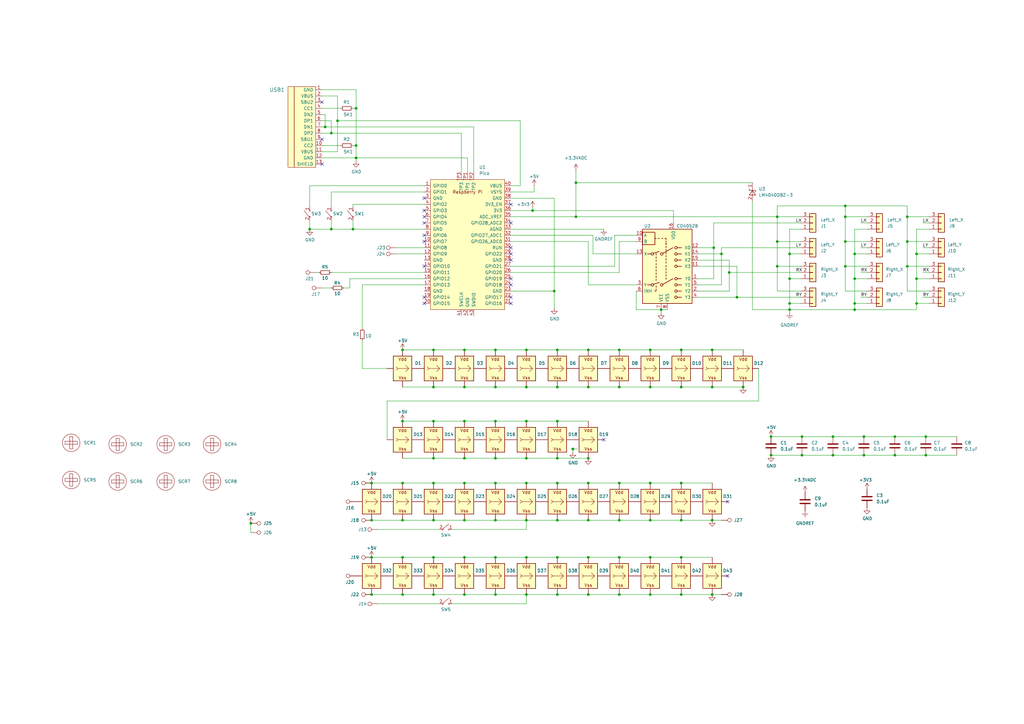
<source format=kicad_sch>
(kicad_sch (version 20231120) (generator "eeschema") (generator_version "8.0")
  (paper "A3")
  (lib_symbols
    (symbol "Analog_Switch:CD4052B"
      (property "Reference" "U" (at -10.16 16.51 0))
      (property "Value" "CD4052B" (at 3.81 16.51 0))
      (symbol "CD4052B_1_1"
        (pin bidirectional line (at 12.7 -5.08 180) (length 2.54) (name "Y0") (number "1"))
        (pin input line (at -12.7 12.7 0) (length 2.54) (name "A") (number "10"))
        (pin bidirectional line (at 12.7 0 180) (length 2.54) (name "X3") (number "11"))
        (pin bidirectional line (at 12.7 7.62 180) (length 2.54) (name "X0") (number "12"))
        (pin bidirectional line (at -12.7 5.08 0) (length 2.54) (name "X") (number "13"))
        (pin bidirectional line (at 12.7 5.08 180) (length 2.54) (name "X1") (number "14"))
        (pin bidirectional line (at 12.7 2.54 180) (length 2.54) (name "X2") (number "15"))
        (pin power_in line (at 2.54 17.78 270) (length 2.54) (name "VDD") (number "16"))
        (pin bidirectional line (at 12.7 -10.16 180) (length 2.54) (name "Y2") (number "2"))
        (pin bidirectional line (at -12.7 -7.62 0) (length 2.54) (name "Y") (number "3"))
        (pin bidirectional line (at 12.7 -12.7 180) (length 2.54) (name "Y3") (number "4"))
        (pin bidirectional line (at 12.7 -7.62 180) (length 2.54) (name "Y1") (number "5"))
        (pin input line (at -12.7 -10.16 0) (length 2.54) (name "INH") (number "6"))
        (pin power_in line (at -2.54 -17.78 90) (length 2.54) (name "VEE") (number "7"))
        (pin power_in line (at 0 -17.78 90) (length 2.54) (name "VSS") (number "8"))
        (pin input line (at -12.7 10.16 0) (length 2.54) (name "B") (number "9"))
      )
    )
    (symbol "Connector:TestPoint" (pin_numbers hide) (pin_names (offset 0.762) hide)
      (property "Reference" "TP" (at 0 6.858 0))
      (property "Value" "TestPoint" (at 0 5.08 0))
      (symbol "TestPoint_1_1"
        (pin passive line (at 0 0 90) (length 2.54) (name "1") (number "1"))
      )
    )
    (symbol "Connector_Generic:Conn_01x03" (pin_names (offset 1.016) hide)
      (property "Reference" "J" (at 0 5.08 0))
      (property "Value" "Conn_01x03" (at 0 -5.08 0))
      (symbol "Conn_01x03_1_1"
        (pin passive line (at -5.08 2.54 0) (length 3.81) (name "Pin_1") (number "1"))
        (pin passive line (at -5.08 0 0) (length 3.81) (name "Pin_2") (number "2"))
        (pin passive line (at -5.08 -2.54 0) (length 3.81) (name "Pin_3") (number "3"))
      )
    )
    (symbol "Device:C" (pin_numbers hide) (pin_names (offset 0.254))
      (property "Reference" "C" (at 0.635 2.54 0))
      (property "Value" "C" (at 0.635 -2.54 0))
      (symbol "C_1_1"
        (pin passive line (at 0 3.81 270) (length 2.794) (name "~") (number "1"))
        (pin passive line (at 0 -3.81 90) (length 2.794) (name "~") (number "2"))
      )
    )
    (symbol "Device:R_Small" (pin_numbers hide) (pin_names (offset 0.254) hide)
      (property "Reference" "R" (at 0.762 0.508 0))
      (property "Value" "R_Small" (at 0.762 -1.016 0))
      (symbol "R_Small_1_1"
        (pin passive line (at 0 2.54 270) (length 0.762) (name "~") (number "1"))
        (pin passive line (at 0 -2.54 90) (length 0.762) (name "~") (number "2"))
      )
    )
    (symbol "RP_Silicon_KiCad:Pico" (pin_names (offset 1.016))
      (property "Reference" "U" (at -13.97 27.94 0))
      (property "Value" "Pico" (at 0 19.05 0))
      (symbol "Pico_0_0"
        (text "Raspberry Pi" (at 0 21.59 0) (effects (font (size 1.27 1.27))))
      )
      (symbol "Pico_1_1"
        (pin bidirectional line (at -17.78 24.13 0) (length 2.54) (name "GPIO0") (number "1"))
        (pin bidirectional line (at -17.78 1.27 0) (length 2.54) (name "GPIO7") (number "10"))
        (pin bidirectional line (at -17.78 -1.27 0) (length 2.54) (name "GPIO8") (number "11"))
        (pin bidirectional line (at -17.78 -3.81 0) (length 2.54) (name "GPIO9") (number "12"))
        (pin power_in line (at -17.78 -6.35 0) (length 2.54) (name "GND") (number "13"))
        (pin bidirectional line (at -17.78 -8.89 0) (length 2.54) (name "GPIO10") (number "14"))
        (pin bidirectional line (at -17.78 -11.43 0) (length 2.54) (name "GPIO11") (number "15"))
        (pin bidirectional line (at -17.78 -13.97 0) (length 2.54) (name "GPIO12") (number "16"))
        (pin bidirectional line (at -17.78 -16.51 0) (length 2.54) (name "GPIO13") (number "17"))
        (pin power_in line (at -17.78 -19.05 0) (length 2.54) (name "GND") (number "18"))
        (pin bidirectional line (at -17.78 -21.59 0) (length 2.54) (name "GPIO14") (number "19"))
        (pin bidirectional line (at -17.78 21.59 0) (length 2.54) (name "GPIO1") (number "2"))
        (pin bidirectional line (at -17.78 -24.13 0) (length 2.54) (name "GPIO15") (number "20"))
        (pin bidirectional line (at 17.78 -24.13 180) (length 2.54) (name "GPIO16") (number "21"))
        (pin bidirectional line (at 17.78 -21.59 180) (length 2.54) (name "GPIO17") (number "22"))
        (pin power_in line (at 17.78 -19.05 180) (length 2.54) (name "GND") (number "23"))
        (pin bidirectional line (at 17.78 -16.51 180) (length 2.54) (name "GPIO18") (number "24"))
        (pin bidirectional line (at 17.78 -13.97 180) (length 2.54) (name "GPIO19") (number "25"))
        (pin bidirectional line (at 17.78 -11.43 180) (length 2.54) (name "GPIO20") (number "26"))
        (pin bidirectional line (at 17.78 -8.89 180) (length 2.54) (name "GPIO21") (number "27"))
        (pin power_in line (at 17.78 -6.35 180) (length 2.54) (name "GND") (number "28"))
        (pin bidirectional line (at 17.78 -3.81 180) (length 2.54) (name "GPIO22") (number "29"))
        (pin power_in line (at -17.78 19.05 0) (length 2.54) (name "GND") (number "3"))
        (pin input line (at 17.78 -1.27 180) (length 2.54) (name "RUN") (number "30"))
        (pin bidirectional line (at 17.78 1.27 180) (length 2.54) (name "GPIO26_ADC0") (number "31"))
        (pin bidirectional line (at 17.78 3.81 180) (length 2.54) (name "GPIO27_ADC1") (number "32"))
        (pin power_in line (at 17.78 6.35 180) (length 2.54) (name "AGND") (number "33"))
        (pin bidirectional line (at 17.78 8.89 180) (length 2.54) (name "GPIO28_ADC2") (number "34"))
        (pin unspecified line (at 17.78 11.43 180) (length 2.54) (name "ADC_VREF") (number "35"))
        (pin unspecified line (at 17.78 13.97 180) (length 2.54) (name "3V3") (number "36"))
        (pin input line (at 17.78 16.51 180) (length 2.54) (name "3V3_EN") (number "37"))
        (pin bidirectional line (at 17.78 19.05 180) (length 2.54) (name "GND") (number "38"))
        (pin unspecified line (at 17.78 21.59 180) (length 2.54) (name "VSYS") (number "39"))
        (pin bidirectional line (at -17.78 16.51 0) (length 2.54) (name "GPIO2") (number "4"))
        (pin unspecified line (at 17.78 24.13 180) (length 2.54) (name "VBUS") (number "40"))
        (pin input line (at -2.54 -29.21 90) (length 2.54) (name "SWCLK") (number "41"))
        (pin power_in line (at 0 -29.21 90) (length 2.54) (name "GND") (number "42"))
        (pin bidirectional line (at 2.54 -29.21 90) (length 2.54) (name "SWDIO") (number "43"))
        (pin bidirectional line (at -17.78 13.97 0) (length 2.54) (name "GPIO3") (number "5"))
        (pin bidirectional line (at -17.78 11.43 0) (length 2.54) (name "GPIO4") (number "6"))
        (pin bidirectional line (at -17.78 8.89 0) (length 2.54) (name "GPIO5") (number "7"))
        (pin power_in line (at -17.78 6.35 0) (length 2.54) (name "GND") (number "8"))
        (pin bidirectional line (at -17.78 3.81 0) (length 2.54) (name "GPIO6") (number "9"))
        (pin unspecified line (at 0 29.21 270) (length 2.54) (name "TP1") (number "TP1"))
        (pin bidirectional line (at 2.54 29.21 270) (length 2.54) (name "TP2") (number "TP2"))
        (pin bidirectional line (at -2.54 29.21 270) (length 2.54) (name "TP3") (number "TP3"))
      )
    )
    (symbol "Reference_Voltage:LM4040DBZ-3" (pin_names (offset 0.0254) hide)
      (property "Reference" "U" (at 0 2.54 0))
      (property "Value" "LM4040DBZ-3" (at 0 -3.175 0))
      (symbol "LM4040DBZ-3_1_1"
        (pin passive line (at 3.81 0 180) (length 2.54) (name "K") (number "1"))
        (pin passive line (at -3.81 0 0) (length 2.54) (name "A") (number "2"))
        (pin no_connect line (at -1.27 0 0) (length 2.54) hide (name "NC") (number "3"))
      )
    )
    (symbol "Type-C:HRO-TYPE-C-31-M-12" (pin_names (offset 1.016))
      (property "Reference" "USB" (at -5.08 16.51 0))
      (property "Value" "HRO-TYPE-C-31-M-12" (at -10.16 -1.27 90))
      (symbol "HRO-TYPE-C-31-M-12_1_1"
        (pin input line (at 2.54 13.97 180) (length 2.54) (name "GND") (number "1"))
        (pin input line (at 2.54 -8.89 180) (length 2.54) (name "CC2") (number "10"))
        (pin input line (at 2.54 -11.43 180) (length 2.54) (name "VBUS") (number "11"))
        (pin input line (at 2.54 -13.97 180) (length 2.54) (name "GND") (number "12"))
        (pin input line (at 2.54 -16.51 180) (length 2.54) (name "SHIELD") (number "13"))
        (pin input line (at 2.54 11.43 180) (length 2.54) (name "VBUS") (number "2"))
        (pin input line (at 2.54 8.89 180) (length 2.54) (name "SBU2") (number "3"))
        (pin input line (at 2.54 6.35 180) (length 2.54) (name "CC1") (number "4"))
        (pin input line (at 2.54 3.81 180) (length 2.54) (name "DN2") (number "5"))
        (pin input line (at 2.54 1.27 180) (length 2.54) (name "DP1") (number "6"))
        (pin input line (at 2.54 -1.27 180) (length 2.54) (name "DN1") (number "7"))
        (pin input line (at 2.54 -3.81 180) (length 2.54) (name "DP2") (number "8"))
        (pin input line (at 2.54 -6.35 180) (length 2.54) (name "SBU1") (number "9"))
      )
    )
    (symbol "agg:SWITCH_SPST" (pin_names (offset 0.0254) hide)
      (property "Reference" "SW" (at 0 3.81 0))
      (property "Value" "SWITCH_SPST" (at 0 -2.54 0))
      (symbol "SWITCH_SPST_1_1"
        (pin passive line (at 2.54 0 180) (length 1.016) (name "\"~{\"}") (number "1"))
        (pin passive line (at -2.54 0 0) (length 1.016) (name "\"~{\"}") (number "2"))
      )
    )
    (symbol "groove_pico:ScrewHole" (pin_names (offset 0) hide)
      (property "Reference" "SCR?" (at 0.635 -5.715 0))
    )
    (symbol "groove_pico:WS2812B_Unified" (pin_numbers hide) (pin_names (offset 0.254) hide)
      (property "Reference" "D10" (at 2.54 6.35 0))
      (symbol "WS2812B_Unified_0_0"
        (text "Vdd" (at 0 3.81 0) (effects (font (size 1.27 1.27))))
        (text "Vss" (at 0 -3.81 0) (effects (font (size 1.27 1.27))))
      )
      (symbol "WS2812B_Unified_1_1"
        (pin power_in line (at 0 -7.62 90) (length 2.54) (name "VSS") (number "G"))
        (pin input line (at -6.35 0 0) (length 2.54) (name "In") (number "I"))
        (pin output line (at 6.35 0 180) (length 2.54) (name "Out") (number "O"))
        (pin power_in line (at 0 7.62 270) (length 2.54) (name "VDD") (number "V"))
      )
    )
    (symbol "power:+3.3VADC" (power) (pin_names (offset 0))
      (property "Value" "+3.3VADC" (at 0 2.54 0))
      (symbol "+3.3VADC_0_0"
        (pin power_in line (at 0 0 90) (length 0) hide (name "+3.3VADC") (number "1"))
      )
    )
    (symbol "power:+3V3" (power) (pin_names (offset 0))
      (property "Value" "+3V3" (at 0 3.556 0))
      (symbol "+3V3_1_1"
        (pin power_in line (at 0 0 90) (length 0) hide (name "+3V3") (number "1"))
      )
    )
    (symbol "power:+5V" (power) (pin_names (offset 0))
      (property "Value" "+5V" (at 0 3.556 0))
      (symbol "+5V_1_1"
        (pin power_in line (at 0 0 90) (length 0) hide (name "+5V") (number "1"))
      )
    )
    (symbol "power:GND" (power) (pin_names (offset 0))
      (property "Value" "GND" (at 0 -3.81 0))
      (symbol "GND_1_1"
        (pin power_in line (at 0 0 270) (length 0) hide (name "GND") (number "1"))
      )
    )
    (symbol "power:GNDREF" (power) (pin_numbers hide) (pin_names (offset 0) hide)
      (property "Value" "GNDREF" (at 0 -3.81 0))
      (symbol "GNDREF_1_1"
        (pin power_in line (at 0 0 270) (length 0) (name "~") (number "1"))
      )
    )
  )
  (junction (at 279.4 228.6))
  (junction (at 279.4 198.12))
  (junction (at 135.89 93.98))
  (junction (at 350.52 124.46))
  (junction (at 316.23 179.07))
  (junction (at 254 228.6))
  (junction (at 190.5 172.72))
  (junction (at 346.71 109.22))
  (junction (at 254 158.75))
  (junction (at 177.8 158.75))
  (junction (at 135.89 54.61))
  (junction (at 346.71 84.455))
  (junction (at 127 93.98))
  (junction (at 241.3 213.36))
  (junction (at 292.1 213.36))
  (junction (at 215.9 228.6))
  (junction (at 215.9 143.51))
  (junction (at 190.5 143.51))
  (junction (at 146.05 64.77))
  (junction (at 328.93 179.07))
  (junction (at 350.52 127))
  (junction (at 165.1 243.84))
  (junction (at 316.23 186.69))
  (junction (at 190.5 158.75))
  (junction (at 133.35 52.07))
  (junction (at 152.4 198.12))
  (junction (at 215.9 213.36))
  (junction (at 234.95 184.15))
  (junction (at 165.1 228.6))
  (junction (at 203.2 243.84))
  (junction (at 304.8 158.75))
  (junction (at 266.7 213.36))
  (junction (at 350.52 104.14))
  (junction (at 165.1 213.36))
  (junction (at 203.2 213.36))
  (junction (at 367.03 179.07))
  (junction (at 165.1 198.12))
  (junction (at 152.4 243.84))
  (junction (at 241.3 158.75))
  (junction (at 177.8 143.51))
  (junction (at 323.85 124.46))
  (junction (at 266.7 243.84))
  (junction (at 241.3 243.84))
  (junction (at 146.05 59.69))
  (junction (at 203.2 158.75))
  (junction (at 292.735 101.6))
  (junction (at 279.4 158.75))
  (junction (at 241.3 198.12))
  (junction (at 341.63 179.07))
  (junction (at 354.33 186.69))
  (junction (at 318.77 88.9))
  (junction (at 254 243.84))
  (junction (at 215.9 187.96))
  (junction (at 165.1 143.51))
  (junction (at 215.9 243.84))
  (junction (at 266.7 143.51))
  (junction (at 190.5 213.36))
  (junction (at 228.6 243.84))
  (junction (at 102.87 214.63))
  (junction (at 379.73 179.07))
  (junction (at 279.4 243.84))
  (junction (at 241.3 143.51))
  (junction (at 227.33 119.38))
  (junction (at 372.11 109.22))
  (junction (at 190.5 187.96))
  (junction (at 372.11 88.9))
  (junction (at 203.2 198.12))
  (junction (at 254 213.36))
  (junction (at 190.5 198.12))
  (junction (at 228.6 158.75))
  (junction (at 328.93 186.69))
  (junction (at 165.1 172.72))
  (junction (at 271.145 127))
  (junction (at 375.92 104.14))
  (junction (at 266.7 228.6))
  (junction (at 375.92 114.3))
  (junction (at 190.5 228.6))
  (junction (at 254 143.51))
  (junction (at 203.2 187.96))
  (junction (at 228.6 187.96))
  (junction (at 367.03 186.69))
  (junction (at 266.7 158.75))
  (junction (at 323.85 127))
  (junction (at 295.91 104.14))
  (junction (at 190.5 243.84))
  (junction (at 228.6 228.6))
  (junction (at 218.44 86.36))
  (junction (at 203.2 143.51))
  (junction (at 279.4 143.51))
  (junction (at 241.3 187.96))
  (junction (at 215.9 158.75))
  (junction (at 228.6 172.72))
  (junction (at 177.8 243.84))
  (junction (at 228.6 213.36))
  (junction (at 228.6 198.12))
  (junction (at 323.85 104.14))
  (junction (at 241.3 228.6))
  (junction (at 266.7 198.12))
  (junction (at 299.085 111.76))
  (junction (at 215.9 172.72))
  (junction (at 323.85 114.3))
  (junction (at 279.4 213.36))
  (junction (at 354.33 179.07))
  (junction (at 203.2 228.6))
  (junction (at 152.4 213.36))
  (junction (at 292.1 158.75))
  (junction (at 177.8 198.12))
  (junction (at 177.8 172.72))
  (junction (at 146.05 44.45))
  (junction (at 375.92 124.46))
  (junction (at 177.8 228.6))
  (junction (at 302.26 121.92))
  (junction (at 228.6 143.51))
  (junction (at 138.43 49.53))
  (junction (at 318.77 99.06))
  (junction (at 341.63 186.69))
  (junction (at 379.73 186.69))
  (junction (at 346.71 99.06))
  (junction (at 177.8 213.36))
  (junction (at 236.22 74.93))
  (junction (at 346.71 88.9))
  (junction (at 144.78 93.98))
  (junction (at 236.22 88.9))
  (junction (at 215.9 198.12))
  (junction (at 318.77 109.22))
  (junction (at 152.4 228.6))
  (junction (at 254 198.12))
  (junction (at 292.1 243.84))
  (junction (at 203.2 172.72))
  (junction (at 372.11 99.06))
  (junction (at 350.52 114.3))
  (junction (at 292.1 143.51))
  (junction (at 177.8 187.96))
  (no_connect (at 209.55 104.14))
  (no_connect (at 209.55 106.68))
  (no_connect (at 209.55 114.3))
  (no_connect (at 209.55 116.84))
  (no_connect (at 173.99 86.36))
  (no_connect (at 209.55 91.44))
  (no_connect (at 132.08 67.31))
  (no_connect (at 209.55 101.6))
  (no_connect (at 209.55 83.82))
  (no_connect (at 173.99 124.46))
  (no_connect (at 173.99 81.28))
  (no_connect (at 298.45 236.22))
  (no_connect (at 247.65 180.34))
  (no_connect (at 173.99 91.44))
  (no_connect (at 173.99 88.9))
  (no_connect (at 298.45 205.74))
  (no_connect (at 132.08 41.91))
  (no_connect (at 209.55 124.46))
  (no_connect (at 173.99 109.22))
  (no_connect (at 173.99 96.52))
  (no_connect (at 173.99 121.92))
  (no_connect (at 132.08 57.15))
  (no_connect (at 173.99 99.06))
  (no_connect (at 209.55 121.92))
  (wire (pts (xy 254 143.51) (xy 266.7 143.51)))
  (wire (pts (xy 375.92 104.14) (xy 375.92 114.3)))
  (wire (pts (xy 234.95 185.42) (xy 234.95 184.15)))
  (wire (pts (xy 367.03 179.07) (xy 379.73 179.07)))
  (wire (pts (xy 144.78 83.82) (xy 144.78 85.09)))
  (wire (pts (xy 228.6 213.36) (xy 241.3 213.36)))
  (wire (pts (xy 346.71 84.455) (xy 346.71 88.9)))
  (wire (pts (xy 209.55 86.36) (xy 218.44 86.36)))
  (wire (pts (xy 350.52 127) (xy 375.92 127)))
  (wire (pts (xy 372.11 99.06) (xy 381 99.06)))
  (wire (pts (xy 177.8 228.6) (xy 190.5 228.6)))
  (wire (pts (xy 234.95 184.15) (xy 236.855 184.15)))
  (wire (pts (xy 286.385 121.92) (xy 302.26 121.92)))
  (wire (pts (xy 341.63 179.07) (xy 354.33 179.07)))
  (wire (pts (xy 138.43 49.53) (xy 213.36 49.53)))
  (wire (pts (xy 215.9 243.84) (xy 228.6 243.84)))
  (wire (pts (xy 254 243.84) (xy 266.7 243.84)))
  (wire (pts (xy 133.35 46.99) (xy 133.35 52.07)))
  (wire (pts (xy 254 213.36) (xy 266.7 213.36)))
  (wire (pts (xy 308.61 82.55) (xy 308.61 127)))
  (wire (pts (xy 189.23 71.12) (xy 189.23 54.61)))
  (wire (pts (xy 146.05 44.45) (xy 146.05 59.69)))
  (wire (pts (xy 266.7 198.12) (xy 279.4 198.12)))
  (wire (pts (xy 148.59 151.13) (xy 158.75 151.13)))
  (wire (pts (xy 295.91 101.6) (xy 295.91 104.14)))
  (wire (pts (xy 177.8 213.36) (xy 190.5 213.36)))
  (wire (pts (xy 292.735 91.44) (xy 292.735 101.6)))
  (wire (pts (xy 346.71 109.22) (xy 346.71 119.38)))
  (wire (pts (xy 165.1 158.75) (xy 177.8 158.75)))
  (wire (pts (xy 236.22 74.93) (xy 308.61 74.93)))
  (wire (pts (xy 372.11 88.9) (xy 381 88.9)))
  (wire (pts (xy 254 198.12) (xy 266.7 198.12)))
  (wire (pts (xy 328.295 121.92) (xy 302.26 121.92)))
  (wire (pts (xy 227.33 81.28) (xy 227.33 119.38)))
  (wire (pts (xy 135.89 90.17) (xy 135.89 93.98)))
  (wire (pts (xy 190.5 228.6) (xy 203.2 228.6)))
  (wire (pts (xy 177.8 172.72) (xy 190.5 172.72)))
  (wire (pts (xy 302.26 109.22) (xy 286.385 109.22)))
  (wire (pts (xy 146.05 59.69) (xy 146.05 64.77)))
  (wire (pts (xy 353.06 121.92) (xy 355.6 121.92)))
  (wire (pts (xy 346.71 119.38) (xy 355.6 119.38)))
  (wire (pts (xy 173.99 78.74) (xy 135.89 78.74)))
  (wire (pts (xy 318.77 99.06) (xy 328.295 99.06)))
  (wire (pts (xy 323.85 124.46) (xy 323.85 127)))
  (wire (pts (xy 209.55 109.22) (xy 252.095 109.22)))
  (wire (pts (xy 185.42 217.17) (xy 215.9 217.17)))
  (wire (pts (xy 146.05 36.83) (xy 146.05 44.45)))
  (wire (pts (xy 215.9 247.65) (xy 215.9 243.84)))
  (wire (pts (xy 185.42 247.65) (xy 215.9 247.65)))
  (wire (pts (xy 279.4 143.51) (xy 292.1 143.51)))
  (wire (pts (xy 215.9 217.17) (xy 215.9 213.36)))
  (wire (pts (xy 350.52 114.3) (xy 350.52 124.46)))
  (wire (pts (xy 328.295 119.38) (xy 318.77 119.38)))
  (wire (pts (xy 241.3 99.06) (xy 209.55 99.06)))
  (wire (pts (xy 323.85 104.14) (xy 328.295 104.14)))
  (wire (pts (xy 378.46 91.44) (xy 381 91.44)))
  (wire (pts (xy 241.3 243.84) (xy 254 243.84)))
  (wire (pts (xy 236.22 88.9) (xy 318.77 88.9)))
  (wire (pts (xy 154.94 217.17) (xy 180.34 217.17)))
  (wire (pts (xy 375.92 114.3) (xy 375.92 124.46)))
  (wire (pts (xy 295.91 104.14) (xy 286.385 104.14)))
  (wire (pts (xy 215.9 198.12) (xy 228.6 198.12)))
  (wire (pts (xy 254 111.76) (xy 254 99.06)))
  (wire (pts (xy 375.92 127) (xy 375.92 124.46)))
  (wire (pts (xy 132.08 54.61) (xy 135.89 54.61)))
  (wire (pts (xy 146.05 59.69) (xy 144.78 59.69)))
  (wire (pts (xy 132.08 49.53) (xy 135.89 49.53)))
  (wire (pts (xy 302.26 121.92) (xy 302.26 109.22)))
  (wire (pts (xy 191.77 64.77) (xy 146.05 64.77)))
  (wire (pts (xy 266.7 228.6) (xy 279.4 228.6)))
  (wire (pts (xy 316.23 179.07) (xy 328.93 179.07)))
  (wire (pts (xy 252.095 96.52) (xy 260.985 96.52)))
  (wire (pts (xy 203.2 187.96) (xy 215.9 187.96)))
  (wire (pts (xy 236.22 69.85) (xy 236.22 74.93)))
  (wire (pts (xy 209.55 93.98) (xy 247.65 93.98)))
  (wire (pts (xy 241.3 158.75) (xy 254 158.75)))
  (wire (pts (xy 215.9 158.75) (xy 228.6 158.75)))
  (wire (pts (xy 372.11 109.22) (xy 372.11 119.38)))
  (wire (pts (xy 243.205 96.52) (xy 243.205 104.14)))
  (wire (pts (xy 132.08 39.37) (xy 138.43 39.37)))
  (wire (pts (xy 378.46 111.76) (xy 381 111.76)))
  (wire (pts (xy 299.085 111.76) (xy 299.085 119.38)))
  (wire (pts (xy 162.56 104.14) (xy 173.99 104.14)))
  (wire (pts (xy 146.05 44.45) (xy 144.78 44.45)))
  (wire (pts (xy 152.4 228.6) (xy 165.1 228.6)))
  (wire (pts (xy 379.73 186.69) (xy 392.43 186.69)))
  (wire (pts (xy 189.23 54.61) (xy 135.89 54.61)))
  (wire (pts (xy 279.4 213.36) (xy 292.1 213.36)))
  (wire (pts (xy 177.8 243.84) (xy 190.5 243.84)))
  (wire (pts (xy 254 158.75) (xy 266.7 158.75)))
  (wire (pts (xy 143.51 118.11) (xy 140.97 118.11)))
  (wire (pts (xy 260.985 127) (xy 271.145 127)))
  (wire (pts (xy 299.085 111.76) (xy 299.085 106.68)))
  (wire (pts (xy 318.77 109.22) (xy 318.77 119.38)))
  (wire (pts (xy 381 114.3) (xy 375.92 114.3)))
  (wire (pts (xy 215.9 228.6) (xy 228.6 228.6)))
  (wire (pts (xy 328.295 111.76) (xy 299.085 111.76)))
  (wire (pts (xy 190.5 158.75) (xy 203.2 158.75)))
  (wire (pts (xy 323.85 127) (xy 350.52 127)))
  (wire (pts (xy 203.2 213.36) (xy 215.9 213.36)))
  (wire (pts (xy 234.315 184.15) (xy 234.95 184.15)))
  (wire (pts (xy 299.085 106.68) (xy 286.385 106.68)))
  (wire (pts (xy 165.1 228.6) (xy 177.8 228.6)))
  (wire (pts (xy 227.33 119.38) (xy 227.33 126.365)))
  (wire (pts (xy 378.46 121.92) (xy 381 121.92)))
  (wire (pts (xy 355.6 114.3) (xy 350.52 114.3)))
  (wire (pts (xy 209.55 88.9) (xy 236.22 88.9)))
  (wire (pts (xy 243.205 104.14) (xy 260.985 104.14)))
  (wire (pts (xy 254 99.06) (xy 260.985 99.06)))
  (wire (pts (xy 173.99 111.76) (xy 135.89 111.76)))
  (wire (pts (xy 318.77 88.9) (xy 318.77 84.455)))
  (wire (pts (xy 203.2 158.75) (xy 215.9 158.75)))
  (wire (pts (xy 165.1 213.36) (xy 177.8 213.36)))
  (wire (pts (xy 375.92 93.98) (xy 375.92 104.14)))
  (wire (pts (xy 353.06 101.6) (xy 355.6 101.6)))
  (wire (pts (xy 266.7 143.51) (xy 279.4 143.51)))
  (wire (pts (xy 165.1 243.84) (xy 177.8 243.84)))
  (wire (pts (xy 353.06 111.76) (xy 355.6 111.76)))
  (wire (pts (xy 355.6 93.98) (xy 350.52 93.98)))
  (wire (pts (xy 318.77 99.06) (xy 318.77 109.22)))
  (wire (pts (xy 295.91 243.84) (xy 292.1 243.84)))
  (wire (pts (xy 215.9 143.51) (xy 228.6 143.51)))
  (wire (pts (xy 165.1 143.51) (xy 177.8 143.51)))
  (wire (pts (xy 144.78 90.17) (xy 144.78 93.98)))
  (wire (pts (xy 132.08 64.77) (xy 146.05 64.77)))
  (wire (pts (xy 372.11 84.455) (xy 372.11 88.9)))
  (wire (pts (xy 271.145 127) (xy 273.685 127)))
  (wire (pts (xy 318.77 109.22) (xy 328.295 109.22)))
  (wire (pts (xy 295.91 116.84) (xy 286.385 116.84)))
  (wire (pts (xy 158.75 164.465) (xy 158.75 180.34)))
  (wire (pts (xy 367.03 186.69) (xy 379.73 186.69)))
  (wire (pts (xy 228.6 187.96) (xy 241.3 187.96)))
  (wire (pts (xy 209.55 96.52) (xy 243.205 96.52)))
  (wire (pts (xy 279.4 243.84) (xy 292.1 243.84)))
  (wire (pts (xy 279.4 158.75) (xy 292.1 158.75)))
  (wire (pts (xy 135.89 78.74) (xy 135.89 85.09)))
  (wire (pts (xy 241.3 116.84) (xy 241.3 99.06)))
  (wire (pts (xy 323.85 104.14) (xy 323.85 114.3)))
  (wire (pts (xy 228.6 243.84) (xy 241.3 243.84)))
  (wire (pts (xy 292.735 101.6) (xy 292.735 114.3)))
  (wire (pts (xy 328.295 93.98) (xy 323.85 93.98)))
  (wire (pts (xy 143.51 118.11) (xy 143.51 114.3)))
  (wire (pts (xy 218.44 85.09) (xy 218.44 86.36)))
  (wire (pts (xy 203.2 198.12) (xy 215.9 198.12)))
  (wire (pts (xy 152.4 198.12) (xy 165.1 198.12)))
  (wire (pts (xy 328.93 179.07) (xy 341.63 179.07)))
  (wire (pts (xy 372.11 99.06) (xy 372.11 109.22)))
  (wire (pts (xy 215.9 172.72) (xy 228.6 172.72)))
  (wire (pts (xy 162.56 101.6) (xy 173.99 101.6)))
  (wire (pts (xy 154.94 247.65) (xy 180.34 247.65)))
  (wire (pts (xy 152.4 243.84) (xy 165.1 243.84)))
  (wire (pts (xy 341.63 186.69) (xy 354.33 186.69)))
  (wire (pts (xy 228.6 228.6) (xy 241.3 228.6)))
  (wire (pts (xy 323.85 114.3) (xy 328.295 114.3)))
  (wire (pts (xy 152.4 213.36) (xy 165.1 213.36)))
  (wire (pts (xy 177.8 158.75) (xy 190.5 158.75)))
  (wire (pts (xy 228.6 172.72) (xy 241.3 172.72)))
  (wire (pts (xy 148.59 116.84) (xy 173.99 116.84)))
  (wire (pts (xy 138.43 62.23) (xy 138.43 49.53)))
  (wire (pts (xy 177.8 198.12) (xy 190.5 198.12)))
  (wire (pts (xy 276.225 86.36) (xy 276.225 91.44)))
  (wire (pts (xy 372.11 119.38) (xy 381 119.38)))
  (wire (pts (xy 271.145 128.27) (xy 271.145 127)))
  (wire (pts (xy 191.77 71.12) (xy 191.77 64.77)))
  (wire (pts (xy 318.77 88.9) (xy 328.295 88.9)))
  (wire (pts (xy 177.8 143.51) (xy 190.5 143.51)))
  (wire (pts (xy 190.5 172.72) (xy 203.2 172.72)))
  (wire (pts (xy 228.6 158.75) (xy 241.3 158.75)))
  (wire (pts (xy 209.55 111.76) (xy 254 111.76)))
  (wire (pts (xy 323.85 93.98) (xy 323.85 104.14)))
  (wire (pts (xy 279.4 198.12) (xy 292.1 198.12)))
  (wire (pts (xy 323.85 127) (xy 323.85 128.27)))
  (wire (pts (xy 241.3 213.36) (xy 254 213.36)))
  (wire (pts (xy 132.08 59.69) (xy 139.7 59.69)))
  (wire (pts (xy 292.735 101.6) (xy 286.385 101.6)))
  (wire (pts (xy 219.075 78.74) (xy 209.55 78.74)))
  (wire (pts (xy 236.22 74.93) (xy 236.22 88.9)))
  (wire (pts (xy 323.85 124.46) (xy 328.295 124.46)))
  (wire (pts (xy 165.1 172.72) (xy 177.8 172.72)))
  (wire (pts (xy 215.9 187.96) (xy 228.6 187.96)))
  (wire (pts (xy 127 76.2) (xy 127 85.09)))
  (wire (pts (xy 318.77 88.9) (xy 318.77 99.06)))
  (wire (pts (xy 266.7 213.36) (xy 279.4 213.36)))
  (wire (pts (xy 295.91 104.14) (xy 295.91 116.84)))
  (wire (pts (xy 375.92 124.46) (xy 381 124.46)))
  (wire (pts (xy 228.6 143.51) (xy 241.3 143.51)))
  (wire (pts (xy 241.3 143.51) (xy 254 143.51)))
  (wire (pts (xy 135.89 93.98) (xy 144.78 93.98)))
  (wire (pts (xy 194.31 52.07) (xy 133.35 52.07)))
  (wire (pts (xy 346.71 88.9) (xy 346.71 99.06)))
  (wire (pts (xy 346.71 99.06) (xy 355.6 99.06)))
  (wire (pts (xy 132.08 44.45) (xy 139.7 44.45)))
  (wire (pts (xy 260.985 116.84) (xy 241.3 116.84)))
  (wire (pts (xy 173.99 76.2) (xy 127 76.2)))
  (wire (pts (xy 372.11 109.22) (xy 381 109.22)))
  (wire (pts (xy 292.735 114.3) (xy 286.385 114.3)))
  (wire (pts (xy 346.71 109.22) (xy 355.6 109.22)))
  (wire (pts (xy 148.59 139.7) (xy 148.59 151.13)))
  (wire (pts (xy 375.92 104.14) (xy 381 104.14)))
  (wire (pts (xy 173.99 83.82) (xy 144.78 83.82)))
  (wire (pts (xy 323.85 114.3) (xy 323.85 124.46)))
  (wire (pts (xy 177.8 187.96) (xy 190.5 187.96)))
  (wire (pts (xy 209.55 119.38) (xy 227.33 119.38)))
  (wire (pts (xy 127 93.98) (xy 135.89 93.98)))
  (wire (pts (xy 138.43 49.53) (xy 138.43 39.37)))
  (wire (pts (xy 203.2 172.72) (xy 215.9 172.72)))
  (wire (pts (xy 292.1 158.75) (xy 304.8 158.75)))
  (wire (pts (xy 132.08 118.11) (xy 135.89 118.11)))
  (wire (pts (xy 190.5 243.84) (xy 203.2 243.84)))
  (wire (pts (xy 144.78 93.98) (xy 173.99 93.98)))
  (wire (pts (xy 379.73 179.07) (xy 392.43 179.07)))
  (wire (pts (xy 228.6 198.12) (xy 241.3 198.12)))
  (wire (pts (xy 143.51 114.3) (xy 173.99 114.3)))
  (wire (pts (xy 146.05 64.77) (xy 146.05 66.04)))
  (wire (pts (xy 194.31 71.12) (xy 194.31 52.07)))
  (wire (pts (xy 102.87 214.63) (xy 102.87 218.44)))
  (wire (pts (xy 292.1 143.51) (xy 304.8 143.51)))
  (wire (pts (xy 260.985 119.38) (xy 260.985 127)))
  (wire (pts (xy 132.08 46.99) (xy 133.35 46.99)))
  (wire (pts (xy 266.7 158.75) (xy 279.4 158.75)))
  (wire (pts (xy 209.55 81.28) (xy 227.33 81.28)))
  (wire (pts (xy 190.5 143.51) (xy 203.2 143.51)))
  (wire (pts (xy 215.9 213.36) (xy 228.6 213.36)))
  (wire (pts (xy 165.1 198.12) (xy 177.8 198.12)))
  (wire (pts (xy 350.52 124.46) (xy 355.6 124.46)))
  (wire (pts (xy 292.735 91.44) (xy 328.295 91.44)))
  (wire (pts (xy 190.5 213.36) (xy 203.2 213.36)))
  (wire (pts (xy 279.4 228.6) (xy 292.1 228.6)))
  (wire (pts (xy 266.7 243.84) (xy 279.4 243.84)))
  (wire (pts (xy 127 93.98) (xy 127 90.17)))
  (wire (pts (xy 241.3 228.6) (xy 254 228.6)))
  (wire (pts (xy 218.44 86.36) (xy 276.225 86.36)))
  (wire (pts (xy 350.52 93.98) (xy 350.52 104.14)))
  (wire (pts (xy 311.15 151.13) (xy 311.15 164.465)))
  (wire (pts (xy 311.15 164.465) (xy 158.75 164.465)))
  (wire (pts (xy 130.81 111.76) (xy 129.54 111.76)))
  (wire (pts (xy 213.36 49.53) (xy 213.36 76.2)))
  (wire (pts (xy 241.3 198.12) (xy 254 198.12)))
  (wire (pts (xy 353.06 91.44) (xy 355.6 91.44)))
  (wire (pts (xy 350.52 124.46) (xy 350.52 127)))
  (wire (pts (xy 308.61 127) (xy 323.85 127)))
  (wire (pts (xy 346.71 99.06) (xy 346.71 109.22)))
  (wire (pts (xy 316.23 186.69) (xy 328.93 186.69)))
  (wire (pts (xy 328.93 186.69) (xy 341.63 186.69)))
  (wire (pts (xy 132.08 62.23) (xy 138.43 62.23)))
  (wire (pts (xy 346.71 88.9) (xy 355.6 88.9)))
  (wire (pts (xy 135.89 49.53) (xy 135.89 54.61)))
  (wire (pts (xy 299.085 119.38) (xy 286.385 119.38)))
  (wire (pts (xy 346.71 84.455) (xy 372.11 84.455)))
  (wire (pts (xy 254 228.6) (xy 266.7 228.6)))
  (wire (pts (xy 203.2 143.51) (xy 215.9 143.51)))
  (wire (pts (xy 132.08 52.07) (xy 133.35 52.07)))
  (wire (pts (xy 203.2 228.6) (xy 215.9 228.6)))
  (wire (pts (xy 295.91 213.36) (xy 292.1 213.36)))
  (wire (pts (xy 354.33 186.69) (xy 367.03 186.69)))
  (wire (pts (xy 381 93.98) (xy 375.92 93.98)))
  (wire (pts (xy 378.46 101.6) (xy 381 101.6)))
  (wire (pts (xy 203.2 243.84) (xy 215.9 243.84)))
  (wire (pts (xy 252.095 109.22) (xy 252.095 96.52)))
  (wire (pts (xy 190.5 187.96) (xy 203.2 187.96)))
  (wire (pts (xy 372.11 88.9) (xy 372.11 99.06)))
  (wire (pts (xy 219.075 76.2) (xy 219.075 78.74)))
  (wire (pts (xy 354.33 179.07) (xy 367.03 179.07)))
  (wire (pts (xy 318.77 84.455) (xy 346.71 84.455)))
  (wire (pts (xy 148.59 116.84) (xy 148.59 134.62)))
  (wire (pts (xy 165.1 187.96) (xy 177.8 187.96)))
  (wire (pts (xy 350.52 104.14) (xy 350.52 114.3)))
  (wire (pts (xy 190.5 198.12) (xy 203.2 198.12)))
  (wire (pts (xy 213.36 76.2) (xy 209.55 76.2)))
  (wire (pts (xy 350.52 104.14) (xy 355.6 104.14)))
  (wire (pts (xy 132.08 36.83) (xy 146.05 36.83)))
  (wire (pts (xy 328.295 101.6) (xy 295.91 101.6)))
  (label "LX" (at 353.06 91.44 0))
  (label "LX" (at 378.46 91.44 0))
  (label "LY" (at 326.39 101.6 0))
  (label "LY" (at 378.46 101.6 0))
  (label "RY" (at 353.06 121.92 0))
  (label "RX" (at 378.46 111.76 0))
  (label "RY" (at 326.39 121.92 0))
  (label "RY" (at 378.46 121.92 0))
  (label "RX" (at 326.39 111.76 0))
  (label "LX" (at 326.39 91.44 0))
  (label "RX" (at 353.06 111.76 0))
  (label "LY" (at 353.06 101.6 0))
  (symbol (lib_id "power:+5V") (at 219.075 76.2 0) (unit 1)
    (property "Reference" "#PWR0114" (effects (hide yes)))
    (property "Value" "+5V" (at 219.075 72.39 0))
  )
  (symbol (lib_id "Device:R_Small") (at 138.43 118.11 90) (unit 1)
    (property "Reference" "R4" (at 139.7 116.078 90) (effects (justify left)))
    (property "Value" "10" (at 139.7 120.396 90) (effects (justify left)))
    (property "Footprint" "Resistor_SMD:R_0603_1608Metric" (effects (hide yes)))
    (property "LCSC" "C23186" (effects (hide yes)))
  )
  (symbol (lib_id "Device:R_Small") (at 142.24 44.45 90) (unit 1)
    (property "Reference" "R1" (at 143.51 41.91 90) (effects (justify left)))
    (property "Value" "5K1" (at 144.78 46.99 90) (effects (justify left)))
    (property "Footprint" "Resistor_SMD:R_0603_1608Metric" (effects (hide yes)))
    (property "LCSC" "C23186" (effects (hide yes)))
  )
  (symbol (lib_id "Connector:TestPoint") (at 152.4 213.36 90) (unit 1)
    (property "Reference" "J18" (at 147.32 213.36 90) (effects (justify left)))
    (property "Value" "G" (effects (hide yes)))
    (property "Footprint" "groove_pico:Solder_1P_S" (effects (hide yes)))
  )
  (symbol (lib_id "Connector:TestPoint") (at 146.05 205.74 90) (unit 1)
    (property "Reference" "J16" (at 145.288 208.28 90) (effects (justify left)))
    (property "Value" "LED" (effects (hide yes)))
    (property "Footprint" "groove_pico:Solder_1P_S" (effects (hide yes)))
  )
  (symbol (lib_id "power:GNDREF") (at 330.2 209.55 0) (unit 1)
    (property "Reference" "#PWR015" (effects (hide yes)))
    (property "Value" "GNDREF" (at 330.2 214.63 0))
    (property "Description" "Power symbol creates a global label with name \"GNDREF\" , reference supply ground" (effects (hide yes)))
  )
  (symbol (lib_id "groove_pico:WS2812B_Unified") (at 254 205.74 0) (unit 1)
    (property "Reference" "D28" (at 260.35 203.581 0))
    (property "Value" "WS2812B_Unified" (effects (hide yes)))
    (property "Footprint" "groove_pico:WS2812B-4020_UP" (effects (hide yes)))
  )
  (symbol (lib_id "power:+5V") (at 165.1 172.72 0) (mirror y) (unit 1)
    (property "Reference" "#PWR03" (effects (hide yes)))
    (property "Value" "+5V" (at 165.1 168.91 0))
  )
  (symbol (lib_id "groove_pico:WS2812B_Unified") (at 292.1 151.13 0) (unit 1)
    (property "Reference" "D11" (at 298.45 148.971 0))
    (property "Value" "WS2812B_Unified" (effects (hide yes)))
    (property "Footprint" "groove_pico:WS2812B-2835" (effects (hide yes)))
  )
  (symbol (lib_id "Device:C") (at 355.6 204.47 0) (unit 1)
    (property "Reference" "C3" (at 359.41 203.1999 0) (effects (justify left)))
    (property "Value" "0.1uF" (at 359.41 205.7399 0) (effects (justify left)))
    (property "Footprint" "Capacitor_SMD:C_0603_1608Metric_Pad1.08x0.95mm_HandSolder" (effects (hide yes)))
  )
  (symbol (lib_id "Connector:TestPoint") (at 295.91 213.36 270) (unit 1)
    (property "Reference" "J27" (at 300.99 213.36 90) (effects (justify left)))
    (property "Value" "G" (effects (hide yes)))
    (property "Footprint" "groove_pico:Solder_1P_S" (effects (hide yes)))
  )
  (symbol (lib_id "groove_pico:WS2812B_Unified") (at 266.7 151.13 0) (unit 1)
    (property "Reference" "D9" (at 273.05 148.971 0))
    (property "Value" "WS2812B_Unified" (effects (hide yes)))
    (property "Footprint" "groove_pico:WS2812B-2835" (effects (hide yes)))
  )
  (symbol (lib_id "groove_pico:WS2812B_Unified") (at 304.8 151.13 0) (unit 1)
    (property "Reference" "D12" (at 311.15 148.971 0))
    (property "Value" "WS2812B_Unified" (effects (hide yes)))
    (property "Footprint" "groove_pico:WS2812B-2835" (effects (hide yes)))
  )
  (symbol (lib_id "Connector:TestPoint") (at 146.05 236.22 90) (unit 1)
    (property "Reference" "J20" (at 145.288 238.76 90) (effects (justify left)))
    (property "Value" "LED" (effects (hide yes)))
    (property "Footprint" "groove_pico:Solder_1P_S" (effects (hide yes)))
  )
  (symbol (lib_id "groove_pico:WS2812B_Unified") (at 165.1 151.13 0) (unit 1)
    (property "Reference" "D1" (at 171.45 148.971 0))
    (property "Value" "WS2812B_Unified" (effects (hide yes)))
    (property "Footprint" "groove_pico:WS2812B-2835" (effects (hide yes)))
  )
  (symbol (lib_id "groove_pico:ScrewHole") (at 48.26 182.245 0) (unit 1)
    (property "Reference" "SCR2" (at 53.34 182.245 0) (effects (justify left)))
    (property "Value" "ScrewHole" (effects (hide yes)))
    (property "Footprint" "groove_pico:Hole2.0" (effects (hide yes)))
  )
  (symbol (lib_id "agg:SWITCH_SPST") (at 182.88 217.17 0) (unit 1)
    (property "Reference" "SW4" (at 184.912 219.456 0) (effects (justify right)))
    (property "Value" "SWITCH_SPST" (effects (hide yes)))
    (property "Footprint" "groove_pico:SW_Kailh_Choc_V1V2_1.00u_LED" (effects (hide yes)))
  )
  (symbol (lib_id "Device:C") (at 328.93 182.88 0) (unit 1)
    (property "Reference" "C2" (at 332.74 181.6099 0) (effects (justify left)))
    (property "Value" "0.1uF" (at 332.74 184.1499 0) (effects (justify left)))
    (property "Footprint" "Capacitor_SMD:C_0603_1608Metric_Pad1.08x0.95mm_HandSolder" (effects (hide yes)))
  )
  (symbol (lib_id "power:+5V") (at 316.23 179.07 0) (unit 1)
    (property "Reference" "#PWR08" (effects (hide yes)))
    (property "Value" "+5V" (at 316.23 175.26 0))
  )
  (symbol (lib_id "groove_pico:WS2812B_Unified") (at 203.2 180.34 0) (unit 1)
    (property "Reference" "D16" (at 209.55 178.181 0))
    (property "Value" "WS2812B_Unified" (effects (hide yes)))
    (property "Footprint" "groove_pico:WS2812B-2835" (effects (hide yes)))
  )
  (symbol (lib_id "Device:R_Small") (at 148.59 137.16 180) (unit 1)
    (property "Reference" "R3" (at 147.32 137.16 0) (effects (justify left)))
    (property "Value" "10" (at 152.4 137.795 0) (effects (justify left)))
    (property "Footprint" "Resistor_SMD:R_0603_1608Metric" (effects (hide yes)))
    (property "LCSC" "C23186" (effects (hide yes)))
  )
  (symbol (lib_id "power:GND") (at 234.95 185.42 0) (unit 1)
    (property "Reference" "#PWR018" (effects (hide yes)))
    (property "Value" "GND" (at 235.077 189.8142 0))
  )
  (symbol (lib_id "Connector_Generic:Conn_01x03") (at 386.08 111.76 0) (mirror x) (unit 1)
    (property "Reference" "J11" (at 388.62 113.03 0) (effects (justify left)))
    (property "Value" "Right_X" (at 388.62 110.49 0) (effects (justify left)))
    (property "Footprint" "groove_pico:Solder_3P_S" (effects (hide yes)))
  )
  (symbol (lib_id "power:GND") (at 227.33 126.365 0) (unit 1)
    (property "Reference" "#PWR0103" (effects (hide yes)))
    (property "Value" "GND" (at 227.457 130.7592 0))
  )
  (symbol (lib_id "Connector:TestPoint") (at 295.91 243.84 270) (unit 1)
    (property "Reference" "J28" (at 300.99 243.84 90) (effects (justify left)))
    (property "Value" "G" (effects (hide yes)))
    (property "Footprint" "groove_pico:Solder_1P_S" (effects (hide yes)))
  )
  (symbol (lib_id "groove_pico:ScrewHole") (at 29.21 196.85 0) (unit 1)
    (property "Reference" "SCR5" (at 34.29 196.85 0) (effects (justify left)))
    (property "Value" "ScrewHole" (effects (hide yes)))
    (property "Footprint" "groove_pico:Hole2.0" (effects (hide yes)))
  )
  (symbol (lib_id "power:GND") (at 292.1 243.84 0) (unit 1)
    (property "Reference" "#PWR022" (effects (hide yes)))
    (property "Value" "GND" (effects (hide yes)))
  )
  (symbol (lib_id "Connector_Generic:Conn_01x03") (at 360.68 121.92 0) (mirror x) (unit 1)
    (property "Reference" "J8" (at 363.22 123.19 0) (effects (justify left)))
    (property "Value" "Right_Y" (at 363.22 120.65 0) (effects (justify left)))
    (property "Footprint" "groove_pico:SH1.25mm_3P_SMD" (effects (hide yes)))
  )
  (symbol (lib_id "Device:C") (at 379.73 182.88 0) (unit 1)
    (property "Reference" "C7" (at 382.905 181.6099 0) (effects (justify left)))
    (property "Value" "0.1uF" (at 382.905 184.1499 0) (effects (justify left)))
    (property "Footprint" "Capacitor_SMD:C_0603_1608Metric_Pad1.08x0.95mm_HandSolder" (effects (hide yes)))
  )
  (symbol (lib_id "groove_pico:WS2812B_Unified") (at 203.2 236.22 0) (unit 1)
    (property "Reference" "D36" (at 209.55 234.061 0))
    (property "Value" "WS2812B_Unified" (effects (hide yes)))
    (property "Footprint" "groove_pico:WS2812B-4020" (effects (hide yes)))
  )
  (symbol (lib_id "groove_pico:WS2812B_Unified") (at 241.3 151.13 0) (unit 1)
    (property "Reference" "D7" (at 247.65 148.971 0))
    (property "Value" "WS2812B_Unified" (effects (hide yes)))
    (property "Footprint" "groove_pico:WS2812B-2835" (effects (hide yes)))
  )
  (symbol (lib_id "power:GND") (at 355.6 208.28 0) (unit 1)
    (property "Reference" "#PWR013" (effects (hide yes)))
    (property "Value" "GND" (at 355.727 212.6742 0))
  )
  (symbol (lib_id "Connector:TestPoint") (at 132.08 118.11 90) (unit 1)
    (property "Reference" "J17" (at 131.318 120.65 90) (effects (justify left)))
    (property "Value" "LED" (effects (hide yes)))
    (property "Footprint" "groove_pico:Solder_1P_S" (effects (hide yes)))
  )
  (symbol (lib_id "Device:C") (at 330.2 205.74 0) (unit 1)
    (property "Reference" "C9" (at 334.01 204.4699 0) (effects (justify left)))
    (property "Value" "0.1uF" (at 334.01 207.0099 0) (effects (justify left)))
    (property "Footprint" "Capacitor_SMD:C_0603_1608Metric_Pad1.08x0.95mm_HandSolder" (effects (hide yes)))
  )
  (symbol (lib_id "groove_pico:WS2812B_Unified") (at 279.4 205.74 0) (unit 1)
    (property "Reference" "D30" (at 285.75 203.581 0))
    (property "Value" "WS2812B_Unified" (effects (hide yes)))
    (property "Footprint" "groove_pico:WS2812B-4020_UP" (effects (hide yes)))
  )
  (symbol (lib_id "groove_pico:WS2812B_Unified") (at 279.4 236.22 0) (unit 1)
    (property "Reference" "D42" (at 285.75 234.061 0))
    (property "Value" "WS2812B_Unified" (effects (hide yes)))
    (property "Footprint" "groove_pico:WS2812B-4020_UP" (effects (hide yes)))
  )
  (symbol (lib_id "Connector:TestPoint") (at 154.94 217.17 90) (unit 1)
    (property "Reference" "J13" (at 150.495 217.17 90) (effects (justify left)))
    (property "Value" "SW" (effects (hide yes)))
    (property "Footprint" "groove_pico:Solder_1P_S" (effects (hide yes)))
  )
  (symbol (lib_id "groove_pico:WS2812B_Unified") (at 190.5 180.34 0) (unit 1)
    (property "Reference" "D15" (at 196.85 178.181 0))
    (property "Value" "WS2812B_Unified" (effects (hide yes)))
    (property "Footprint" "groove_pico:WS2812B-2835" (effects (hide yes)))
  )
  (symbol (lib_id "groove_pico:WS2812B_Unified") (at 190.5 236.22 0) (unit 1)
    (property "Reference" "D35" (at 196.85 234.061 0))
    (property "Value" "WS2812B_Unified" (effects (hide yes)))
    (property "Footprint" "groove_pico:WS2812B-4020" (effects (hide yes)))
  )
  (symbol (lib_id "Connector:TestPoint") (at 129.54 111.76 90) (unit 1)
    (property "Reference" "J21" (at 128.778 114.3 90) (effects (justify left)))
    (property "Value" "LED" (effects (hide yes)))
    (property "Footprint" "groove_pico:Solder_1P_S" (effects (hide yes)))
  )
  (symbol (lib_id "groove_pico:WS2812B_Unified") (at 254 151.13 0) (unit 1)
    (property "Reference" "D8" (at 260.35 148.971 0))
    (property "Value" "WS2812B_Unified" (effects (hide yes)))
    (property "Footprint" "groove_pico:WS2812B-2835" (effects (hide yes)))
  )
  (symbol (lib_id "power:GNDREF") (at 247.65 93.98 0) (unit 1)
    (property "Reference" "#PWR09" (effects (hide yes)))
    (property "Value" "GNDREF" (at 247.65 98.044 0))
    (property "Description" "Power symbol creates a global label with name \"GNDREF\" , reference supply ground" (effects (hide yes)))
  )
  (symbol (lib_id "groove_pico:WS2812B_Unified") (at 165.1 205.74 0) (unit 1)
    (property "Reference" "D21" (at 171.45 203.581 0))
    (property "Value" "WS2812B_Unified" (effects (hide yes)))
    (property "Footprint" "groove_pico:WS2812B-4020" (effects (hide yes)))
  )
  (symbol (lib_id "groove_pico:WS2812B_Unified") (at 190.5 151.13 0) (unit 1)
    (property "Reference" "D3" (at 196.85 148.971 0))
    (property "Value" "WS2812B_Unified" (effects (hide yes)))
    (property "Footprint" "groove_pico:WS2812B-2835" (effects (hide yes)))
  )
  (symbol (lib_id "groove_pico:ScrewHole") (at 86.995 182.245 0) (unit 1)
    (property "Reference" "SCR4" (at 92.075 182.245 0) (effects (justify left)))
    (property "Value" "ScrewHole" (effects (hide yes)))
    (property "Footprint" "groove_pico:Hole2.0" (effects (hide yes)))
  )
  (symbol (lib_id "groove_pico:WS2812B_Unified") (at 190.5 205.74 0) (unit 1)
    (property "Reference" "D23" (at 196.85 203.581 0))
    (property "Value" "WS2812B_Unified" (effects (hide yes)))
    (property "Footprint" "groove_pico:WS2812B-4020" (effects (hide yes)))
  )
  (symbol (lib_id "groove_pico:WS2812B_Unified") (at 215.9 180.34 0) (unit 1)
    (property "Reference" "D17" (at 222.25 178.181 0))
    (property "Value" "WS2812B_Unified" (effects (hide yes)))
    (property "Footprint" "groove_pico:WS2812B-2835" (effects (hide yes)))
  )
  (symbol (lib_id "groove_pico:WS2812B_Unified") (at 241.3 205.74 0) (unit 1)
    (property "Reference" "D27" (at 247.65 203.581 0))
    (property "Value" "WS2812B_Unified" (effects (hide yes)))
    (property "Footprint" "groove_pico:WS2812B-4020" (effects (hide yes)))
  )
  (symbol (lib_id "groove_pico:WS2812B_Unified") (at 266.7 205.74 0) (unit 1)
    (property "Reference" "D29" (at 273.05 203.581 0))
    (property "Value" "WS2812B_Unified" (effects (hide yes)))
    (property "Footprint" "groove_pico:WS2812B-4020_UP" (effects (hide yes)))
  )
  (symbol (lib_id "groove_pico:WS2812B_Unified") (at 177.8 236.22 0) (unit 1)
    (property "Reference" "D34" (at 184.15 234.061 0))
    (property "Value" "WS2812B_Unified" (effects (hide yes)))
    (property "Footprint" "groove_pico:WS2812B-4020" (effects (hide yes)))
  )
  (symbol (lib_id "power:+5V") (at 165.1 143.51 0) (mirror y) (unit 1)
    (property "Reference" "#PWR01" (effects (hide yes)))
    (property "Value" "+5V" (at 165.1 139.7 0))
  )
  (symbol (lib_id "groove_pico:ScrewHole") (at 29.21 181.61 0) (unit 1)
    (property "Reference" "SCR1" (at 34.29 181.61 0) (effects (justify left)))
    (property "Value" "ScrewHole" (effects (hide yes)))
    (property "Footprint" "groove_pico:Hole2.0" (effects (hide yes)))
  )
  (symbol (lib_id "groove_pico:ScrewHole") (at 67.945 182.245 0) (unit 1)
    (property "Reference" "SCR3" (at 73.025 182.245 0) (effects (justify left)))
    (property "Value" "ScrewHole" (effects (hide yes)))
    (property "Footprint" "groove_pico:Hole2.0" (effects (hide yes)))
  )
  (symbol (lib_id "groove_pico:WS2812B_Unified") (at 215.9 236.22 0) (unit 1)
    (property "Reference" "D37" (at 222.25 234.061 0))
    (property "Value" "WS2812B_Unified" (effects (hide yes)))
    (property "Footprint" "groove_pico:WS2812B-4020" (effects (hide yes)))
  )
  (symbol (lib_id "Device:C") (at 316.23 182.88 0) (unit 1)
    (property "Reference" "C1" (at 320.04 181.6099 0) (effects (justify left)))
    (property "Value" "0.1uF" (at 320.04 184.1499 0) (effects (justify left)))
    (property "Footprint" "Capacitor_SMD:C_0603_1608Metric_Pad1.08x0.95mm_HandSolder" (effects (hide yes)))
  )
  (symbol (lib_id "Connector:TestPoint") (at 102.87 214.63 270) (unit 1)
    (property "Reference" "J25" (at 107.95 214.63 90) (effects (justify left)))
    (property "Value" "V" (effects (hide yes)))
    (property "Footprint" "groove_pico:Solder_1P_S" (effects (hide yes)))
  )
  (symbol (lib_id "power:GND") (at 127 93.98 0) (unit 1)
    (property "Reference" "#PWR021" (effects (hide yes)))
    (property "Value" "GND" (at 127.127 98.3742 0))
  )
  (symbol (lib_id "power:+3.3VADC") (at 236.22 69.85 0) (unit 1)
    (property "Reference" "#PWR07" (effects (hide yes)))
    (property "Value" "+3.3VADC" (at 236.22 64.77 0))
  )
  (symbol (lib_id "RP_Silicon_KiCad:Pico") (at 191.77 100.33 0) (unit 1)
    (property "Reference" "U1" (at 196.5041 68.58 0) (effects (justify left)))
    (property "Value" "Pico" (at 196.5041 71.12 0) (effects (justify left)))
    (property "Footprint" "groove_pico:RPi_Pico_SMD_Pins" (effects (hide yes)))
  )
  (symbol (lib_id "Connector_Generic:Conn_01x03") (at 360.68 111.76 0) (mirror x) (unit 1)
    (property "Reference" "J7" (at 363.22 113.03 0) (effects (justify left)))
    (property "Value" "Right_X" (at 363.22 110.49 0) (effects (justify left)))
    (property "Footprint" "groove_pico:SH1.25mm_3P_SMD" (effects (hide yes)))
  )
  (symbol (lib_id "Connector_Generic:Conn_01x03") (at 386.08 121.92 0) (mirror x) (unit 1)
    (property "Reference" "J12" (at 388.62 123.19 0) (effects (justify left)))
    (property "Value" "Right_Y" (at 388.62 120.65 0) (effects (justify left)))
    (property "Footprint" "groove_pico:Solder_3P_S" (effects (hide yes)))
  )
  (symbol (lib_id "power:GND") (at 304.8 158.75 0) (unit 1)
    (property "Reference" "#PWR04" (effects (hide yes)))
    (property "Value" "GND" (effects (hide yes)))
  )
  (symbol (lib_id "power:GND") (at 271.145 128.27 0) (unit 1)
    (property "Reference" "#PWR06" (effects (hide yes)))
    (property "Value" "GND" (at 271.272 132.6642 0))
  )
  (symbol (lib_id "power:GND") (at 146.05 66.04 0) (unit 1)
    (property "Reference" "#PWR05" (effects (hide yes)))
    (property "Value" "GND" (at 146.177 70.4342 0))
  )
  (symbol (lib_id "Connector_Generic:Conn_01x03") (at 333.375 121.92 0) (mirror x) (unit 1)
    (property "Reference" "J4" (at 336.55 123.19 0) (effects (justify left)))
    (property "Value" "Right_Y" (at 336.55 120.65 0) (effects (justify left)))
    (property "Footprint" "groove_pico:SH1.25_Thruhole_3P" (effects (hide yes)))
  )
  (symbol (lib_id "Device:C") (at 354.33 182.88 0) (unit 1)
    (property "Reference" "C5" (at 358.14 181.6099 0) (effects (justify left)))
    (property "Value" "0.1uF" (at 358.14 184.1499 0) (effects (justify left)))
    (property "Footprint" "Capacitor_SMD:C_0603_1608Metric_Pad1.08x0.95mm_HandSolder" (effects (hide yes)))
  )
  (symbol (lib_id "groove_pico:WS2812B_Unified") (at 203.2 151.13 0) (unit 1)
    (property "Reference" "D4" (at 209.55 148.971 0))
    (property "Value" "WS2812B_Unified" (effects (hide yes)))
    (property "Footprint" "groove_pico:WS2812B-2835" (effects (hide yes)))
  )
  (symbol (lib_id "groove_pico:WS2812B_Unified") (at 241.3 236.22 0) (unit 1)
    (property "Reference" "D39" (at 247.65 234.061 0))
    (property "Value" "WS2812B_Unified" (effects (hide yes)))
    (property "Footprint" "groove_pico:WS2812B-4020" (effects (hide yes)))
  )
  (symbol (lib_id "power:GND") (at 292.1 213.36 0) (unit 1)
    (property "Reference" "#PWR019" (effects (hide yes)))
    (property "Value" "GND" (effects (hide yes)))
  )
  (symbol (lib_id "Reference_Voltage:LM4040DBZ-3") (at 308.61 78.74 90) (unit 1)
    (property "Reference" "U3" (at 311.15 77.4699 90) (effects (justify right)))
    (property "Value" "LM4040DBZ-3" (at 311.15 80.0099 90) (effects (justify right)))
    (property "Footprint" "Package_TO_SOT_SMD:SOT-23" (effects (hide yes)))
    (property "Datasheet" "http://www.ti.com/lit/ds/symlink/lm4040-n.pdf" (effects (hide yes)))
    (property "Description" "3.000V Precision Micropower Shunt Voltage Reference, SOT-23" (effects (hide yes)))
  )
  (symbol (lib_id "groove_pico:WS2812B_Unified") (at 279.4 151.13 0) (unit 1)
    (property "Reference" "D10" (at 285.75 148.971 0))
    (property "Value" "WS2812B_Unified" (effects (hide yes)))
    (property "Footprint" "groove_pico:WS2812B-2835" (effects (hide yes)))
  )
  (symbol (lib_id "Device:C") (at 367.03 182.88 0) (unit 1)
    (property "Reference" "C6" (at 370.84 181.6099 0) (effects (justify left)))
    (property "Value" "0.1uF" (at 370.84 184.1499 0) (effects (justify left)))
    (property "Footprint" "Capacitor_SMD:C_0603_1608Metric_Pad1.08x0.95mm_HandSolder" (effects (hide yes)))
  )
  (symbol (lib_id "Connector:TestPoint") (at 152.4 198.12 90) (unit 1)
    (property "Reference" "J15" (at 147.32 198.12 90) (effects (justify left)))
    (property "Value" "V" (effects (hide yes)))
    (property "Footprint" "groove_pico:Solder_1P_S" (effects (hide yes)))
  )
  (symbol (lib_id "power:+3.3VADC") (at 330.2 201.93 0) (unit 1)
    (property "Reference" "#PWR014" (effects (hide yes)))
    (property "Value" "+3.3VADC" (at 330.2 196.85 0))
  )
  (symbol (lib_id "Device:R_Small") (at 133.35 111.76 90) (unit 1)
    (property "Reference" "R5" (at 134.62 109.474 90) (effects (justify left)))
    (property "Value" "10" (at 134.62 114.046 90) (effects (justify left)))
    (property "Footprint" "Resistor_SMD:R_0603_1608Metric" (effects (hide yes)))
    (property "LCSC" "C23186" (effects (hide yes)))
  )
  (symbol (lib_id "Type-C:HRO-TYPE-C-31-M-12") (at 129.54 50.8 0) (unit 1)
    (property "Reference" "USB1" (at 110.49 36.83 0) (effects (font (size 1.524 1.524)) (justify left)))
    (property "Value" "U262-161N-4BVC11" (effects (hide yes)))
    (property "Footprint" "Type-C:HRO-TYPE-C-31-M-12-Assembly" (effects (hide yes)))
    (property "LCSC" "C319148" (effects (hide yes)))
  )
  (symbol (lib_id "agg:SWITCH_SPST") (at 144.78 87.63 90) (unit 1)
    (property "Reference" "SW1" (at 145.415 87.63 90) (effects (justify right)))
    (property "Value" "SWITCH_SPST" (effects (hide yes)))
    (property "Footprint" "groove_pico:EVQP1K05M" (effects (hide yes)))
  )
  (symbol (lib_id "groove_pico:ScrewHole") (at 67.945 197.485 0) (unit 1)
    (property "Reference" "SCR7" (at 73.025 197.485 0) (effects (justify left)))
    (property "Value" "ScrewHole" (effects (hide yes)))
    (property "Footprint" "groove_pico:Hole2.0" (effects (hide yes)))
  )
  (symbol (lib_id "groove_pico:WS2812B_Unified") (at 228.6 205.74 0) (unit 1)
    (property "Reference" "D26" (at 234.95 203.581 0))
    (property "Value" "WS2812B_Unified" (effects (hide yes)))
    (property "Footprint" "groove_pico:WS2812B-4020" (effects (hide yes)))
  )
  (symbol (lib_id "groove_pico:WS2812B_Unified") (at 228.6 151.13 0) (unit 1)
    (property "Reference" "D6" (at 234.95 148.971 0))
    (property "Value" "WS2812B_Unified" (effects (hide yes)))
    (property "Footprint" "groove_pico:WS2812B-2835" (effects (hide yes)))
  )
  (symbol (lib_id "groove_pico:WS2812B_Unified") (at 292.1 205.74 0) (unit 1)
    (property "Reference" "D31" (at 298.45 203.581 0))
    (property "Value" "WS2812B_Unified" (effects (hide yes)))
    (property "Footprint" "groove_pico:WS2812B-4020_UP" (effects (hide yes)))
  )
  (symbol (lib_id "groove_pico:WS2812B_Unified") (at 266.7 236.22 0) (unit 1)
    (property "Reference" "D41" (at 273.05 234.061 0))
    (property "Value" "WS2812B_Unified" (effects (hide yes)))
    (property "Footprint" "groove_pico:WS2812B-4020_UP" (effects (hide yes)))
  )
  (symbol (lib_id "agg:SWITCH_SPST") (at 127 87.63 90) (unit 1)
    (property "Reference" "SW3" (at 127.635 87.63 90) (effects (justify right)))
    (property "Value" "SWITCH_SPST" (effects (hide yes)))
    (property "Footprint" "groove_pico:EVQP1K05M" (effects (hide yes)))
  )
  (symbol (lib_id "power:+5V") (at 152.4 228.6 0) (mirror y) (unit 1)
    (property "Reference" "#PWR020" (effects (hide yes)))
    (property "Value" "+5V" (at 152.4 224.79 0))
  )
  (symbol (lib_id "Connector_Generic:Conn_01x03") (at 333.375 91.44 0) (mirror x) (unit 1)
    (property "Reference" "J1" (at 336.55 92.71 0) (effects (justify left)))
    (property "Value" "Left_X" (at 336.55 90.17 0) (effects (justify left)))
    (property "Footprint" "groove_pico:SH1.25_Thruhole_3P" (effects (hide yes)))
  )
  (symbol (lib_id "Connector_Generic:Conn_01x03") (at 360.68 91.44 0) (mirror x) (unit 1)
    (property "Reference" "J5" (at 363.855 92.71 0) (effects (justify left)))
    (property "Value" "Left_X" (at 363.855 90.17 0) (effects (justify left)))
    (property "Footprint" "groove_pico:SH1.25mm_3P_SMD" (effects (hide yes)))
  )
  (symbol (lib_id "Connector_Generic:Conn_01x03") (at 386.08 101.6 0) (mirror x) (unit 1)
    (property "Reference" "J10" (at 388.62 102.87 0) (effects (justify left)))
    (property "Value" "Left_Y" (at 388.62 100.33 0) (effects (justify left)))
    (property "Footprint" "groove_pico:Solder_3P_S" (effects (hide yes)))
  )
  (symbol (lib_id "groove_pico:WS2812B_Unified") (at 165.1 236.22 0) (unit 1)
    (property "Reference" "D33" (at 171.45 234.061 0))
    (property "Value" "WS2812B_Unified" (effects (hide yes)))
    (property "Footprint" "groove_pico:WS2812B-4020" (effects (hide yes)))
  )
  (symbol (lib_id "Connector_Generic:Conn_01x03") (at 333.375 111.76 0) (mirror x) (unit 1)
    (property "Reference" "J3" (at 336.55 113.03 0) (effects (justify left)))
    (property "Value" "Right_X" (at 336.55 110.49 0) (effects (justify left)))
    (property "Footprint" "groove_pico:SH1.25_Thruhole_3P" (effects (hide yes)))
  )
  (symbol (lib_id "Device:C") (at 392.43 182.88 0) (unit 1)
    (property "Reference" "C8" (at 395.605 181.6099 0) (effects (justify left)))
    (property "Value" "0.1uF" (at 395.605 184.1499 0) (effects (justify left)))
    (property "Footprint" "Capacitor_SMD:C_0603_1608Metric_Pad1.08x0.95mm_HandSolder" (effects (hide yes)))
  )
  (symbol (lib_id "Connector:TestPoint") (at 152.4 228.6 90) (unit 1)
    (property "Reference" "J19" (at 147.32 228.6 90) (effects (justify left)))
    (property "Value" "V" (effects (hide yes)))
    (property "Footprint" "groove_pico:Solder_1P_S" (effects (hide yes)))
  )
  (symbol (lib_id "power:GNDREF") (at 323.85 128.27 0) (unit 1)
    (property "Reference" "#PWR010" (effects (hide yes)))
    (property "Value" "GNDREF" (at 323.85 133.35 0))
    (property "Description" "Power symbol creates a global label with name \"GNDREF\" , reference supply ground" (effects (hide yes)))
  )
  (symbol (lib_id "groove_pico:WS2812B_Unified") (at 152.4 205.74 0) (unit 1)
    (property "Reference" "D20" (at 158.75 203.581 0))
    (property "Value" "WS2812B_Unified" (effects (hide yes)))
    (property "Footprint" "groove_pico:WS2812B-4020" (effects (hide yes)))
  )
  (symbol (lib_id "groove_pico:ScrewHole") (at 86.995 197.485 0) (unit 1)
    (property "Reference" "SCR8" (at 92.075 197.485 0) (effects (justify left)))
    (property "Value" "ScrewHole" (effects (hide yes)))
    (property "Footprint" "groove_pico:Hole2.0" (effects (hide yes)))
  )
  (symbol (lib_id "power:GND") (at 241.3 187.96 0) (unit 1)
    (property "Reference" "#PWR02" (effects (hide yes)))
    (property "Value" "GND" (effects (hide yes)))
  )
  (symbol (lib_id "groove_pico:WS2812B_Unified") (at 241.3 180.34 0) (unit 1)
    (property "Reference" "D19" (at 247.65 178.181 0))
    (property "Value" "WS2812B_Unified" (effects (hide yes)))
    (property "Footprint" "groove_pico:WS2812B-2835" (effects (hide yes)))
  )
  (symbol (lib_id "Connector_Generic:Conn_01x03") (at 386.08 91.44 0) (mirror x) (unit 1)
    (property "Reference" "J9" (at 389.255 92.71 0) (effects (justify left)))
    (property "Value" "Left_X" (at 389.255 90.17 0) (effects (justify left)))
    (property "Footprint" "groove_pico:Solder_3P_S" (effects (hide yes)))
  )
  (symbol (lib_id "power:+5V") (at 102.87 214.63 0) (mirror y) (unit 1)
    (property "Reference" "#PWR017" (effects (hide yes)))
    (property "Value" "+5V" (at 102.87 210.82 0))
  )
  (symbol (lib_id "power:+5V") (at 152.4 198.12 0) (mirror y) (unit 1)
    (property "Reference" "#PWR016" (effects (hide yes)))
    (property "Value" "+5V" (at 152.4 194.31 0))
  )
  (symbol (lib_id "groove_pico:WS2812B_Unified") (at 292.1 236.22 0) (unit 1)
    (property "Reference" "D43" (at 298.45 234.061 0))
    (property "Value" "WS2812B_Unified" (effects (hide yes)))
    (property "Footprint" "groove_pico:WS2812B-4020_UP" (effects (hide yes)))
  )
  (symbol (lib_id "Connector_Generic:Conn_01x03") (at 333.375 101.6 0) (mirror x) (unit 1)
    (property "Reference" "J2" (at 336.55 102.87 0) (effects (justify left)))
    (property "Value" "Left_Y" (at 336.55 100.33 0) (effects (justify left)))
    (property "Footprint" "groove_pico:SH1.25_Thruhole_3P" (effects (hide yes)))
  )
  (symbol (lib_id "power:+3V3") (at 355.6 200.66 0) (unit 1)
    (property "Reference" "#PWR012" (effects (hide yes)))
    (property "Value" "+3V3" (at 354.965 196.85 0))
  )
  (symbol (lib_id "Connector:TestPoint") (at 162.56 101.6 90) (unit 1)
    (property "Reference" "J23" (at 158.115 101.6 90) (effects (justify left)))
    (property "Value" "SW" (effects (hide yes)))
    (property "Footprint" "groove_pico:Solder_1P_S" (effects (hide yes)))
  )
  (symbol (lib_id "Connector:TestPoint") (at 162.56 104.14 90) (unit 1)
    (property "Reference" "J24" (at 157.988 104.14 90) (effects (justify left)))
    (property "Value" "SW" (effects (hide yes)))
    (property "Footprint" "groove_pico:Solder_1P_S" (effects (hide yes)))
  )
  (symbol (lib_id "groove_pico:WS2812B_Unified") (at 215.9 151.13 0) (unit 1)
    (property "Reference" "D5" (at 222.25 148.971 0))
    (property "Value" "WS2812B_Unified" (effects (hide yes)))
    (property "Footprint" "groove_pico:WS2812B-2835" (effects (hide yes)))
  )
  (symbol (lib_id "Connector:TestPoint") (at 102.87 218.44 270) (unit 1)
    (property "Reference" "J26" (at 107.95 218.44 90) (effects (justify left)))
    (property "Value" "V" (effects (hide yes)))
    (property "Footprint" "groove_pico:Solder_1P_S" (effects (hide yes)))
  )
  (symbol (lib_id "power:GND") (at 316.23 186.69 0) (unit 1)
    (property "Reference" "#PWR011" (effects (hide yes)))
    (property "Value" "GND" (at 316.357 191.0842 0))
  )
  (symbol (lib_id "groove_pico:WS2812B_Unified") (at 152.4 236.22 0) (unit 1)
    (property "Reference" "D32" (at 158.75 234.061 0))
    (property "Value" "WS2812B_Unified" (effects (hide yes)))
    (property "Footprint" "groove_pico:WS2812B-4020" (effects (hide yes)))
  )
  (symbol (lib_id "Connector_Generic:Conn_01x03") (at 360.68 101.6 0) (mirror x) (unit 1)
    (property "Reference" "J6" (at 363.22 102.87 0) (effects (justify left)))
    (property "Value" "Left_Y" (at 363.22 100.33 0) (effects (justify left)))
    (property "Footprint" "groove_pico:SH1.25mm_3P_SMD" (effects (hide yes)))
  )
  (symbol (lib_id "Connector:TestPoint") (at 152.4 243.84 90) (unit 1)
    (property "Reference" "J22" (at 147.32 243.84 90) (effects (justify left)))
    (property "Value" "G" (effects (hide yes)))
    (property "Footprint" "groove_pico:Solder_1P_S" (effects (hide yes)))
  )
  (symbol (lib_id "groove_pico:WS2812B_Unified") (at 203.2 205.74 0) (unit 1)
    (property "Reference" "D24" (at 209.55 203.581 0))
    (property "Value" "WS2812B_Unified" (effects (hide yes)))
    (property "Footprint" "groove_pico:WS2812B-4020" (effects (hide yes)))
  )
  (symbol (lib_id "power:+3V3") (at 218.44 85.09 0) (unit 1)
    (property "Reference" "#PWR0111" (effects (hide yes)))
    (property "Value" "+3V3" (at 214.63 83.82 0))
  )
  (symbol (lib_id "groove_pico:ScrewHole") (at 48.26 197.485 0) (unit 1)
    (property "Reference" "SCR6" (at 53.34 197.485 0) (effects (justify left)))
    (property "Value" "ScrewHole" (effects (hide yes)))
    (property "Footprint" "groove_pico:Hole2.0" (effects (hide yes)))
  )
  (symbol (lib_id "groove_pico:WS2812B_Unified") (at 177.8 151.13 0) (unit 1)
    (property "Reference" "D2" (at 184.15 148.971 0))
    (property "Value" "WS2812B_Unified" (effects (hide yes)))
    (property "Footprint" "groove_pico:WS2812B-2835" (effects (hide yes)))
  )
  (symbol (lib_id "groove_pico:WS2812B_Unified") (at 165.1 180.34 0) (unit 1)
    (property "Reference" "D13" (at 171.45 178.181 0))
    (property "Value" "WS2812B_Unified" (effects (hide yes)))
    (property "Footprint" "groove_pico:WS2812B-2835" (effects (hide yes)))
  )
  (symbol (lib_id "groove_pico:WS2812B_Unified") (at 254 236.22 0) (unit 1)
    (property "Reference" "D40" (at 260.35 234.061 0))
    (property "Value" "WS2812B_Unified" (effects (hide yes)))
    (property "Footprint" "groove_pico:WS2812B-4020_UP" (effects (hide yes)))
  )
  (symbol (lib_id "Connector:TestPoint") (at 154.94 247.65 90) (unit 1)
    (property "Reference" "J14" (at 150.495 247.65 90) (effects (justify left)))
    (property "Value" "SW" (effects (hide yes)))
    (property "Footprint" "groove_pico:Solder_1P_S" (effects (hide yes)))
  )
  (symbol (lib_id "groove_pico:WS2812B_Unified") (at 177.8 180.34 0) (unit 1)
    (property "Reference" "D14" (at 184.15 178.181 0))
    (property "Value" "WS2812B_Unified" (effects (hide yes)))
    (property "Footprint" "groove_pico:WS2812B-2835" (effects (hide yes)))
  )
  (symbol (lib_id "agg:SWITCH_SPST") (at 135.89 87.63 90) (unit 1)
    (property "Reference" "SW2" (at 136.525 87.63 90) (effects (justify right)))
    (property "Value" "SWITCH_SPST" (effects (hide yes)))
    (property "Footprint" "groove_pico:EVQP1K05M" (effects (hide yes)))
  )
  (symbol (lib_id "groove_pico:WS2812B_Unified") (at 228.6 180.34 0) (unit 1)
    (property "Reference" "D18" (at 234.95 178.181 0))
    (property "Value" "WS2812B_Unified" (effects (hide yes)))
    (property "Footprint" "groove_pico:WS2812B-2835" (effects (hide yes)))
  )
  (symbol (lib_id "groove_pico:WS2812B_Unified") (at 177.8 205.74 0) (unit 1)
    (property "Reference" "D22" (at 184.15 203.581 0))
    (property "Value" "WS2812B_Unified" (effects (hide yes)))
    (property "Footprint" "groove_pico:WS2812B-4020" (effects (hide yes)))
  )
  (symbol (lib_id "Device:C") (at 341.63 182.88 0) (unit 1)
    (property "Reference" "C4" (at 345.44 181.6099 0) (effects (justify left)))
    (property "Value" "0.1uF" (at 345.44 184.1499 0) (effects (justify left)))
    (property "Footprint" "Capacitor_SMD:C_0603_1608Metric_Pad1.08x0.95mm_HandSolder" (effects (hide yes)))
  )
  (symbol (lib_id "Analog_Switch:CD4052B") (at 273.685 109.22 0) (unit 1)
    (property "Reference" "U2" (at 264.16 92.71 0) (effects (justify left)))
    (property "Value" "CD4052B" (at 277.495 92.71 0) (effects (justify left)))
    (property "Footprint" "Package_SO:TSSOP-16_4.4x5mm_P0.65mm" (effects (hide yes)))
    (property "Datasheet" "http://www.ti.com/lit/ds/symlink/cd4052b.pdf" (effects (hide yes)))
  )
  (symbol (lib_id "Device:R_Small") (at 142.24 59.69 90) (unit 1)
    (property "Reference" "R2" (at 143.51 57.15 90) (effects (justify left)))
    (property "Value" "5K1" (at 144.78 62.23 90) (effects (justify left)))
    (property "Footprint" "Resistor_SMD:R_0603_1608Metric" (effects (hide yes)))
    (property "LCSC" "C23186" (effects (hide yes)))
  )
  (symbol (lib_id "groove_pico:WS2812B_Unified") (at 215.9 205.74 0) (unit 1)
    (property "Reference" "D25" (at 222.25 203.581 0))
    (property "Value" "WS2812B_Unified" (effects (hide yes)))
    (property "Footprint" "groove_pico:WS2812B-4020" (effects (hide yes)))
  )
  (symbol (lib_id "agg:SWITCH_SPST") (at 182.88 247.65 0) (unit 1)
    (property "Reference" "SW5" (at 184.912 249.936 0) (effects (justify right)))
    (property "Value" "SWITCH_SPST" (effects (hide yes)))
    (property "Footprint" "groove_pico:SW_Kailh_Choc_V1V2_1.00u_LED" (effects (hide yes)))
  )
  (symbol (lib_id "groove_pico:WS2812B_Unified") (at 228.6 236.22 0) (unit 1)
    (property "Reference" "D38" (at 234.95 234.061 0))
    (property "Value" "WS2812B_Unified" (effects (hide yes)))
    (property "Footprint" "groove_pico:WS2812B-4020" (effects (hide yes)))
  )
)
</source>
